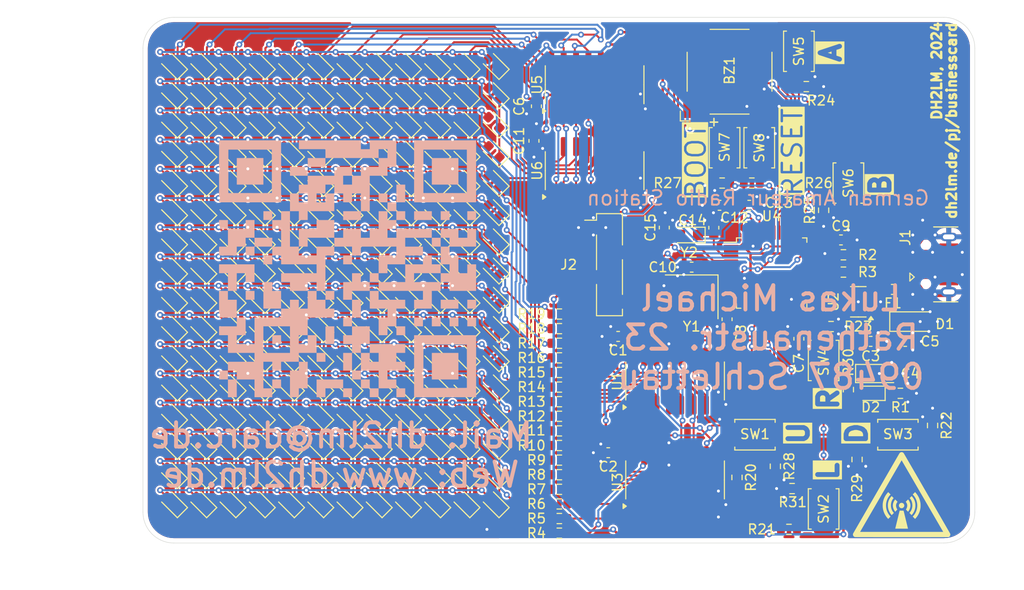
<source format=kicad_pcb>
(kicad_pcb
	(version 20240108)
	(generator "pcbnew")
	(generator_version "8.0")
	(general
		(thickness 1.6)
		(legacy_teardrops no)
	)
	(paper "A4")
	(layers
		(0 "F.Cu" signal)
		(31 "B.Cu" signal)
		(32 "B.Adhes" user "B.Adhesive")
		(33 "F.Adhes" user "F.Adhesive")
		(34 "B.Paste" user)
		(35 "F.Paste" user)
		(36 "B.SilkS" user "B.Silkscreen")
		(37 "F.SilkS" user "F.Silkscreen")
		(38 "B.Mask" user)
		(39 "F.Mask" user)
		(40 "Dwgs.User" user "User.Drawings")
		(41 "Cmts.User" user "User.Comments")
		(42 "Eco1.User" user "User.Eco1")
		(43 "Eco2.User" user "User.Eco2")
		(44 "Edge.Cuts" user)
		(45 "Margin" user)
		(46 "B.CrtYd" user "B.Courtyard")
		(47 "F.CrtYd" user "F.Courtyard")
		(48 "B.Fab" user)
		(49 "F.Fab" user)
		(50 "User.1" user "VCC")
		(51 "User.2" user)
		(52 "User.3" user)
		(53 "User.4" user)
		(54 "User.5" user)
		(55 "User.6" user)
		(56 "User.7" user)
		(57 "User.8" user)
		(58 "User.9" user)
	)
	(setup
		(stackup
			(layer "F.SilkS"
				(type "Top Silk Screen")
			)
			(layer "F.Paste"
				(type "Top Solder Paste")
			)
			(layer "F.Mask"
				(type "Top Solder Mask")
				(thickness 0.01)
			)
			(layer "F.Cu"
				(type "copper")
				(thickness 0.035)
			)
			(layer "dielectric 1"
				(type "core")
				(thickness 1.51)
				(material "FR4")
				(epsilon_r 4.5)
				(loss_tangent 0.02)
			)
			(layer "B.Cu"
				(type "copper")
				(thickness 0.035)
			)
			(layer "B.Mask"
				(type "Bottom Solder Mask")
				(thickness 0.01)
			)
			(layer "B.Paste"
				(type "Bottom Solder Paste")
			)
			(layer "B.SilkS"
				(type "Bottom Silk Screen")
			)
			(copper_finish "None")
			(dielectric_constraints no)
		)
		(pad_to_mask_clearance 0)
		(allow_soldermask_bridges_in_footprints no)
		(pcbplotparams
			(layerselection 0x00010fc_ffffffff)
			(plot_on_all_layers_selection 0x0000000_00000000)
			(disableapertmacros no)
			(usegerberextensions no)
			(usegerberattributes yes)
			(usegerberadvancedattributes yes)
			(creategerberjobfile yes)
			(dashed_line_dash_ratio 12.000000)
			(dashed_line_gap_ratio 3.000000)
			(svgprecision 4)
			(plotframeref no)
			(viasonmask no)
			(mode 1)
			(useauxorigin no)
			(hpglpennumber 1)
			(hpglpenspeed 20)
			(hpglpendiameter 15.000000)
			(pdf_front_fp_property_popups yes)
			(pdf_back_fp_property_popups yes)
			(dxfpolygonmode yes)
			(dxfimperialunits yes)
			(dxfusepcbnewfont yes)
			(psnegative no)
			(psa4output no)
			(plotreference yes)
			(plotvalue yes)
			(plotfptext yes)
			(plotinvisibletext no)
			(sketchpadsonfab no)
			(subtractmaskfromsilk no)
			(outputformat 1)
			(mirror no)
			(drillshape 1)
			(scaleselection 1)
			(outputdirectory "")
		)
	)
	(net 0 "")
	(net 1 "GND")
	(net 2 "+5V")
	(net 3 "Net-(J1-VBUS)")
	(net 4 "unconnected-(J1-ID-Pad4)")
	(net 5 "Net-(BZ1-+)")
	(net 6 "Net-(D100-A)")
	(net 7 "Net-(D101-A)")
	(net 8 "Net-(D102-A)")
	(net 9 "Net-(D103-A)")
	(net 10 "Net-(D104-A)")
	(net 11 "Net-(D105-A)")
	(net 12 "Net-(D10-A)")
	(net 13 "Net-(D107-A)")
	(net 14 "Net-(D108-A)")
	(net 15 "Net-(D109-A)")
	(net 16 "Net-(D110-A)")
	(net 17 "Net-(D111-A)")
	(net 18 "Net-(D112-A)")
	(net 19 "Net-(D100-K)")
	(net 20 "/{slash}OE_BLANK")
	(net 21 "/BZ0")
	(net 22 "/BZ2")
	(net 23 "/RCLK")
	(net 24 "/SERCLK")
	(net 25 "/BZ1")
	(net 26 "/SER")
	(net 27 "/BZ3")
	(net 28 "+3.3V")
	(net 29 "Net-(U4-OSC_IN_PD0)")
	(net 30 "unconnected-(U4-OSC_OUT_PD1-Pad6)")
	(net 31 "Net-(U4-PC14_OSC32IN)")
	(net 32 "Net-(D2-K)")
	(net 33 "Net-(U4-PC15_OSC32OUT)")
	(net 34 "Net-(D10-K)")
	(net 35 "Net-(D113-A)")
	(net 36 "Net-(D114-A)")
	(net 37 "Net-(D115-A)")
	(net 38 "Net-(D19-K)")
	(net 39 "Net-(D35-K)")
	(net 40 "Net-(D51-K)")
	(net 41 "Net-(D67-K)")
	(net 42 "Net-(D83-K)")
	(net 43 "Net-(D115-K)")
	(net 44 "Net-(D131-K)")
	(net 45 "Net-(D147-K)")
	(net 46 "Net-(D163-K)")
	(net 47 "Net-(D179-K)")
	(net 48 "/SW")
	(net 49 "/D+")
	(net 50 "/D-")
	(net 51 "Net-(U3-QA)")
	(net 52 "Net-(U3-QB)")
	(net 53 "Net-(U3-QC)")
	(net 54 "Net-(U3-QD)")
	(net 55 "Net-(U3-QE)")
	(net 56 "Net-(U3-QF)")
	(net 57 "Net-(U1-QA)")
	(net 58 "Net-(U1-QB)")
	(net 59 "Net-(U1-QC)")
	(net 60 "Net-(U1-QD)")
	(net 61 "Net-(U1-QE)")
	(net 62 "Net-(U1-QF)")
	(net 63 "Net-(U1-QG)")
	(net 64 "Net-(U1-QH)")
	(net 65 "Net-(U3-QG)")
	(net 66 "Net-(U3-QH)")
	(net 67 "Net-(U1-SER)")
	(net 68 "unconnected-(U1-QH'-Pad9)")
	(net 69 "Net-(R20-Pad1)")
	(net 70 "Net-(R21-Pad1)")
	(net 71 "Net-(R22-Pad2)")
	(net 72 "Net-(R23-Pad2)")
	(net 73 "/BT_A")
	(net 74 "/BT_B")
	(net 75 "/RST")
	(net 76 "/BT0")
	(net 77 "/SCK")
	(net 78 "/DP_UD")
	(net 79 "/DP_LR")
	(net 80 "unconnected-(U2-NC-Pad4)")
	(net 81 "unconnected-(U4-PA10-Pad31)")
	(net 82 "unconnected-(U4-PA2_ADC2-Pad12)")
	(net 83 "unconnected-(U4-PA9-Pad30)")
	(net 84 "unconnected-(U4-PB15-Pad28)")
	(net 85 "unconnected-(U4-PB11-Pad22)")
	(net 86 "unconnected-(U4-PB14-Pad27)")
	(net 87 "unconnected-(U4-PB12-Pad25)")
	(net 88 "unconnected-(U4-PB13-Pad26)")
	(net 89 "unconnected-(U4-PC13_TAMPER_RTC-Pad2)")
	(net 90 "unconnected-(U4-PA4_ADC4-Pad14)")
	(net 91 "unconnected-(U4-PB2_BOOT1-Pad20)")
	(net 92 "unconnected-(U4-PB10-Pad21)")
	(net 93 "unconnected-(U4-PA3_ADC3-Pad13)")
	(net 94 "unconnected-(U4-PA8-Pad29)")
	(net 95 "unconnected-(U4-PA1_ADC1-Pad11)")
	(net 96 "unconnected-(U4-PA0_WKUP_ADC0-Pad10)")
	(net 97 "unconnected-(U6-~{Y4}-Pad11)")
	(net 98 "unconnected-(U6-~{Y7}-Pad7)")
	(net 99 "unconnected-(U6-~{Y5}-Pad10)")
	(net 100 "unconnected-(U6-~{Y6}-Pad9)")
	(net 101 "/UD+")
	(net 102 "/UD-")
	(footprint "LED_SMD:LED_0603_1608Metric" (layer "F.Cu") (at 147.6692 97.4532 135))
	(footprint "Resistor_SMD:R_0603_1608Metric" (layer "F.Cu") (at 183.134 73.66 180))
	(footprint "Resistor_SMD:R_0603_1608Metric" (layer "F.Cu") (at 198.374 95.25 180))
	(footprint "LED_SMD:LED_0603_1608Metric" (layer "F.Cu") (at 129.6692 106.4532 135))
	(footprint "LED_SMD:LED_0603_1608Metric" (layer "F.Cu") (at 129.6692 103.4532 135))
	(footprint "LED_SMD:LED_0603_1608Metric" (layer "F.Cu") (at 153.6692 97.4532 135))
	(footprint "LED_SMD:LED_0603_1608Metric" (layer "F.Cu") (at 150.6692 91.4532 135))
	(footprint "Resistor_SMD:R_0603_1608Metric" (layer "F.Cu") (at 181.61 103.886 -90))
	(footprint "Resistor_SMD:R_0603_1608Metric" (layer "F.Cu") (at 163.385 87.108 180))
	(footprint "LED_SMD:LED_0603_1608Metric" (layer "F.Cu") (at 132.6692 79.4532 135))
	(footprint "LED_SMD:LED_0603_1608Metric" (layer "F.Cu") (at 156.6692 103.4532 135))
	(footprint "Package_SO:SOIC-16_3.9x9.9mm_P1.27mm" (layer "F.Cu") (at 167.005 63.565 90))
	(footprint "LED_SMD:LED_0603_1608Metric" (layer "F.Cu") (at 153.6692 82.4532 135))
	(footprint "LED_SMD:LED_0603_1608Metric" (layer "F.Cu") (at 138.6692 85.4532 135))
	(footprint "LED_SMD:LED_0603_1608Metric" (layer "F.Cu") (at 135.6692 94.4532 135))
	(footprint "LED_SMD:LED_0603_1608Metric" (layer "F.Cu") (at 132.6692 100.4532 135))
	(footprint "Button_Switch_SMD:SW_Push_SPST_NO_Alps_SKRK" (layer "F.Cu") (at 183.896 70.036 -90))
	(footprint "LED_SMD:LED_0603_1608Metric" (layer "F.Cu") (at 144.6692 73.4532 135))
	(footprint "LED_SMD:LED_0603_1608Metric" (layer "F.Cu") (at 123.6692 79.4532 135))
	(footprint "LED_SMD:LED_0603_1608Metric" (layer "F.Cu") (at 135.6692 67.4532 135))
	(footprint "LED_SMD:LED_0603_1608Metric" (layer "F.Cu") (at 132.6692 91.4532 135))
	(footprint "Resistor_SMD:R_0603_1608Metric" (layer "F.Cu") (at 163.385 102.108 180))
	(footprint "LED_SMD:LED_0603_1608Metric" (layer "F.Cu") (at 144.6692 91.4532 135))
	(footprint "Capacitor_SMD:C_0603_1608Metric" (layer "F.Cu") (at 198.869 89.916))
	(footprint "LED_SMD:LED_0603_1608Metric" (layer "F.Cu") (at 123.6692 91.4532 135))
	(footprint "LED_SMD:LED_0603_1608Metric" (layer "F.Cu") (at 141.6692 103.4532 135))
	(footprint "LED_SMD:LED_0603_1608Metric" (layer "F.Cu") (at 126.6692 106.4532 135))
	(footprint "Capacitor_SMD:C_0603_1608Metric" (layer "F.Cu") (at 179.233 78.245 90))
	(footprint "LED_SMD:LED_0603_1608Metric" (layer "F.Cu") (at 144.6692 67.4532 135))
	(footprint "LED_SMD:LED_0603_1608Metric" (layer "F.Cu") (at 141.6692 64.4532 135))
	(footprint "LED_SMD:LED_0603_1608Metric" (layer "F.Cu") (at 123.6692 106.4532 135))
	(footprint "LED_SMD:LED_0603_1608Metric" (layer "F.Cu") (at 141.6692 70.4532 135))
	(footprint "LED_SMD:LED_0603_1608Metric" (layer "F.Cu") (at 150.6692 76.4532 135))
	(footprint "LED_SMD:LED_0603_1608Metric" (layer "F.Cu") (at 153.6692 85.4532 135))
	(footprint "Resistor_SMD:R_0603_1608Metric" (layer "F.Cu") (at 163.385 97.608 180))
	(footprint "Resistor_SMD:R_0603_1608Metric" (layer "F.Cu") (at 192.532 82.804 180))
	(footprint "LED_SMD:LED_0603_1608Metric" (layer "F.Cu") (at 126.6692 64.4532 135))
	(footprint "CH32V203:CH32V203C8T6_LQFP-48_7x7mm_P0.5mm"
		(layer "F.Cu")
		(uuid "27fb2c47-029f-4e9c-859c-2621908c2aa4")
		(at 185.17 82.9025)
		(descr "LQFP, 48 Pin (https://www.analog.com/media/en/technical-documentation/data-sheets/ltc2358-16.pdf), generated with kicad-footprint-generator ipc_gullwing_generator.py")
		(tags "LQFP QFP")
		(property "Reference" "U4"
			(at 0 -5.85 0)
			(layer "F.SilkS")
			(uuid "f7ace14d-beea-4afa-87c9-01dd1f1a2e19")
			(effects
				(font
					(size 1 1)
					(thickness 0.15)
				)
			)
		)
		(property "Value" "CH32V203C8T6"
			(at 0 5.85 0)
			(layer "F.Fab")
			(uuid "8939b7a4-cee0-4e15-b8b8-58aba491b5d7")
			(effects
				(font
					(size 1 1)
					(thickness 0.15)
				)
			)
		)
		(property "Footprint" "CH32V203:CH32V203C8T6_LQFP-48_7x7mm_P0.5mm"
			(at 0 0 0)
			(layer "F.Fab")
			(hide yes)
			(uuid "0851fbd0-1995-41a0-a909-bd21895b69f1")
			(effects
				(font
					(size 1.27 1.27)
					(thickness 0.15)
				)
			)
		)
		(property "Datasheet" ""
			(at 0 0 0)
			(layer "F.Fab")
			(hide yes)
			(uuid "a929a70b-3a64-43db-9b13-fc3655e589ba")
			(effects
				(font
					(size 1.27 1.27)
					(thickness 0.15)
				)
			)
		)
		(property "Description" ""
			(at 0 0 0)
			(layer "F.Fab")
			(hide yes)
			(uuid "b52fcc66-2f22-44a1-bcbe-41c16181723e")
			(effects
				(font
					(size 1.27 1.27)
					(thickness 0.15)
				)
			)
		)
		(path "/0175af80-b800-4a14-beb4-e6d64caed50b")
		(sheetname "Stammblatt")
		(sheetfile "playground ch32v original.kicad_sch")
		(attr smd)
		(fp_line
			(start -3.61 -3.61)
			(end -3.61 -3.16)
			(stroke
				(width 0.12)
				(type solid)
			)
			(layer "F.SilkS")
			(uuid "15ba1d60-469a-4a81-b46f-13dc60ac6055")
		)
		(fp_line
			(start -3.61 -3.16)
			(end -4.9 -3.16)
			(stroke
				(width 0.12)
				(type solid)
			)
			(layer "F.SilkS")
			(uuid "aaeb0790-82fa-4c5e-98e8-759879a35509")
		)
		(fp_line
			(start -3.61 3.61)
			(end -3.61 3.16)
			(stroke
				(width 0.12)
				(type solid)
			)
			(layer "F.SilkS")
			(uuid "a95ee755-ea62-43d7-97e5-2f5fba555be9")
		)
		(fp_line
			(start -3.16 -3.61)
			(end -3.61 -3.61)
			(stroke
				(width 0.12)
				(type solid)
			)
			(layer "F.SilkS")
			(uuid "caf9c870-bf0c-4ca3-9630-cc15eb7db873")
		)
		(fp_line
			(start -3.16 3.61)
			(end -3.61 3.61)
			(stroke
				(width 0.12)
				(type solid)
			)
			(layer "F.SilkS")
			(uuid "1e415b36-a979-4202-b6ce-e675cdba09d1")
		)
		(fp_line
			(start 3.16 -3.61)
			(end 3.61 -3.61)
			(stroke
				(width 0.12)
				(type solid)
			)
			(layer "F.SilkS")
			(uuid "0cb520df-57c0-46f3-be70-8e1fbd71a2c7")
		)
		(fp_line
			(start 3.16 3.61)
			(end 3.61 3.61)
			(stroke
				(width 0.12)
				(type solid)
			)
			(layer "F.SilkS")
			(uuid "d3a553c8-2c2d-4e5f-b2ab-983c0d1a56d7")
		)
		(fp_line
			(start 3.61 -3.61)
			(end 3.61 -3.16)
			(stroke
				(width 0.12)
				(type solid)
			)
			(layer "F.SilkS")
			(uuid "38e668b0-c5a9-4543-9de9-52cbf61fc145")
		)
		(fp_line
			(start 3.61 3.61)
			(end 3.61 3.16)
			(stroke
				(width 0.12)
				(type solid)
			)
			(layer "F.SilkS")
			(uuid "ccca0c1d-4d0a-44c8-8d3e-936c23bb4fa0")
		)
		(fp_line
			(start -5.15 -3.15)
			(end -5.15 0)
			(stroke
				(width 0.05)
				(type solid)
			)
			(layer "F.CrtYd")
			(uuid "23ad571c-dda3-426b-819f-4d5141c07e37")
		)
		(fp_line
			(start -5.15 3.15)
			(end -5.15 0)
			(stroke
				(width 0.05)
				(type solid)
			)
			(layer "F.CrtYd")
			(uuid "09063f81-5cb9-4004-a851-a83c8690178d")
		)
		(fp_line
			(start -3.75 -3.75)
			(end -3.75 -3.15)
			(stroke
				(width 0.05)
				(type solid)
			)
			(layer "F.CrtYd")
			(uuid "f4571651-3f4f-4107-94c6-a20ae6b9bbf5")
		)
		(fp_line
			(start -3.75 -3.15)
			(end -5.15 -3.15)
			(stroke
				(width 0.05)
				(type solid)
			)
			(layer "F.CrtYd")
			(uuid "7a368dfe-5ded-43b7-ab7b-b87c8cdf1ccb")
		)
		(fp_line
			(start -3.75 3.15)
			(end -5.15 3.15)
			(stroke
				(width 0.05)
				(type solid)
			)
			(layer "F.CrtYd")
			(uuid "f98b9579-ba39-43d5-82c0-bdd522425abb")
		)
		(fp_line
			(start -3.75 3.75)
			(end -3.75 3.15)
			(stroke
				(width 0.05)
				(type solid)
			)
			(layer "F.CrtYd")
			(uuid "c38657b3-268a-4edf-a2f7-fd0c70d888e7")
		)
		(fp_line
			(start -3.15 -5.15)
			(end -3.15 -3.75)
			(stroke
				(width 0.05)
				(type solid)
			)
			(layer "F.CrtYd")
			(uuid "90f96e32-e4c1-4227-80b3-51cb22c89216")
		)
		(fp_line
			(start -3.15 -3.75)
			(end -3.75 -3.75)
			(stroke
				(width 0.05)
				(type solid)
			)
			(layer "F.CrtYd")
			(uuid "c534ae49-2c67-483b-b5e8-9bca7a737afc")
		)
		(fp_line
			(start -3.15 3.75)
			(end -3.75 3.75)
			(stroke
				(width 0.05)
				(type solid)
			)
			(layer "F.CrtYd")
			(uuid "7a9069d3-5c62-4bb8-8f26-b0e822820b3c")
		)
		(fp_line
			(start -3.15 5.15)
			(end -3.15 3.75)
			(stroke
				(width 0.05)
				(type solid)
			)
			(layer "F.CrtYd")
			(uuid "4877741b-1a0d-41ef-9ad4-8ef775153ff4")
		)
		(fp_line
			(start 0 -5.15)
			(end -3.15 -5.15)
			(stroke
				(width 0.05)
				(type solid)
			)
			(layer "F.CrtYd")
			(uuid "4c0a9d27-bf2c-4d99-a13e-797754ab4b7e")
		)
		(fp_line
			(start 0 -5.15)
			(end 3.15 -5.15)
			(stroke
				(width 0.05)
				(type solid)
			)
			(layer "F.CrtYd")
			(uuid "c00d0271-0474-46a6-815a-48ee73ffcef6")
		)
		(fp_line
			(start 0 5.15)
			(end -3.15 5.15)
			(stroke
				(width 0.05)
				(type solid)
			)
			(layer "F.CrtYd")
			(uuid "42bc21db-90cc-4be4-ba6c-175236433ad8")
		)
		(fp_line
			(start 0 5.15)
			(end 3.15 5.15)
			(stroke
				(width 0.05)
				(type solid)
			)
			(layer "F.CrtYd")
			(uuid "c2eed1c2-131f-4ab5-813c-dc3bb52bc585")
		)
		(fp_line
			(start 3.15 -5.15)
			(end 3.15 -3.75)
			(stroke
				(width 0.05)
				(type solid)
			)
			(layer "F.CrtYd")
			(uuid "39b1c54c-9347-429b-b2ed-2a0895924190")
		)
		(fp_line
			(start 3.15 -3.75)
			(end 3.75 -3.75)
			(stroke
				(width 0.05)
				(type solid)
			)
			(layer "F.CrtYd")
			(uuid "9942f5ad-8de8-4dd7-9228-e1685a963d8d")
		)
		(fp_line
			(start 3.15 3.75)
			(end 3.75 3.75)
			(stroke
				(width 0.05)
				(type solid)
			)
			(layer "F.CrtYd")
			(uuid "5e71c7cb-6887-42ac-975f-bdf066abd3f4")
		)
		(fp_line
			(start 3.15 5.15)
			(end 3.15 3.75)
			(stroke
				(width 0.05)
				(type solid)
			)
			(layer "F.CrtYd")
			(uuid "49648ecb-53c9-4aa1-b4d0-86878182fad9")
		)
		(fp_line
			(start 3.75 -3.75)
			(end 3.75 -3.15)
			(stroke
				(width 0.05)
				(type solid)
			)
			(layer "F.CrtYd")
			(uuid "00f839aa-8c4b-401a-8879-cbe37ef46922")
		)
		(fp_line
			(start 3.75 -3.15)
			(end 5.15 -3.15)
			(stroke
				(width 0.05)
				(type solid)
			)
			(layer "F.CrtYd")
			(uuid "04951662-aef0-4118-aef4-786a60d9e9b8")
		)
		(fp_line
			(start 3.75 3.15)
			(end 5.15 3.15)
			(stroke
				(width 0.05)
				(type solid)
			)
			(layer "F.CrtYd")
			(uuid "02f3c95a-9e92-48ff-b599-0ba6de0c77cb")
		)
		(fp_line
			(start 3.75 3.75)
			(end 3.75 3.15)
			(stroke
				(width 0.05)
				(type solid)
			)
			(layer "F.CrtYd")
			(uuid "774666bf-12e3-4fa9-a40f-b46b46a11711")
		)
		(fp_line
			(start 5.15 -3.15)
			(end 5.15 0)
			(stroke
				(width 0.05)
				(type solid)
			)
			(layer "F.CrtYd")
			(uuid "3d5a35d9-6378-4d2c-b925-0d4246e7de22")
		)
		(fp_line
			(start 5.15 3.15)
			(end 5.15 0)
			(stroke
				(width 0.05)
				(type solid)
			)
			(layer "F.CrtYd")
			(uuid "7b9ff02b-fbe3-46b1-96ab-0f1f5b8fe316")
		)
		(fp_line
			(start -3.5 -2.5)
			(end -2.5 -3.5)
			(stroke
				(width 0.1)
				(type solid)
			)
			(layer "F.Fab")
			(uuid "917f4b3a-7bca-4bee-9858-e8082de8c0ac")
		)
		(fp_line
			(start -3.5 3.5)
			(end -3.5 -2.5)
			(stroke
				(width 0.1)
				(type solid)
			)
			(layer "F.Fab")
			(uuid "ef6bf981-b5d9-495d-b2d3-b7c0415deb7b")
		)
		(fp_line
			(start -2.5 -3.5)
			(end 3.5 -3.5)
			(stroke
				(width 0.1)
				(type solid)
			)
			(layer "F.Fab")
			(uuid "f9458e17-d321-4201-a019-49a104571af3")
		)
		(fp_line
			(start 3.5 -3.5)
			(end 3.5 3.5)
			(stroke
				(width 0.1)
				(type solid)
			)
			(layer "F.Fab")
			(uuid "d7f25134-8913-4165-9042-350130218f20")
		)
		(fp_line
			(start 3.5 3.5)
			(end -3.5 3.5)
			(stroke
				(width 0.1)
				(type solid)
			)
			(layer "F.Fab")
			(uuid "fe8326ae-ae86-4c5c-9cff-bf4292805532")
		)
		(fp_text user "${REFERENCE}"
			(at 0 0 0)
			(layer "F.Fab")
			(uuid "d2c23f8c-7a46-4fa0-90e4-cc77629a7790")
			(effects
				(font
					(size 1 1)
					(thickness 0.15)
				)
			)
		)
		(pad "1" smd roundrect
			(at -4.1625 -2.75)
			(size 1.475 0.3)
			(layers "F.Cu" "F.Paste" "F.Mask")
			(roundrect_rratio 0.25)
			(net 28 "+3.3V")
			(pinfunction "VBAT")
			(pintype "power_in")
			(uuid "bf795360-bf89-47d3-b997-3e31c24306fd")
		)
		(pad "2" smd roundrect
			(at -4.1625 -2.25)
			(size 1.475 0.3)
			(layers "F.Cu" "F.Paste" "F.Mask")
			(roundrect_rratio 0.25)
			(net 89 "unconnected-(U4-PC13_TAMPER_RTC-Pad2)")
			(pinfunction "PC13_TAMPER_RTC")
			(pintype "bidirectional+no_connect")
			(uuid "799238e9-3086-4590-bf3d-a7836da88119")
		)
		(pad "3" smd roundrect
			(at -4.1625 -1.75)
			(size 1.475 0.3)
			(layers "F.Cu" "F.Paste" "F.Mask")
			(roundrect_rratio 0.25)
			(net 31 "Net-(U4-PC14_OSC32IN)")
			(pinfunction "PC14_OSC32IN")
			(pintype "bidirectional")
			(uuid "b65e7107-60cb-4ced-ba84-c6628b3d7fbb")
		)
		(pad "4" smd roundrect
			(at -4.1625 -1.25)
			(size 1.475 0.3)
			(layers "F.Cu" "F.Paste" "F.Mask")
			(roundrect_rratio 0.25)
			(net 33 "Net-(U4-PC15_OSC32OUT)")
			(pinfunction "PC15_OSC32OUT")
			(pintype "bidirectional")
			(uuid "0fef32b4-b436-41d1-9cb8-72ca39fe6bf4")
		)
		(pad "5" smd roundrect
			(at -4.1625 -0.75)
			(size 1.475 0.3)
			(layers "F.Cu" "F.Paste" "F.Mask")
			(roundrect_rratio 0.25)
			(net 29 "Net-(U4-OSC_IN_PD0)")
			(pinfunction "OSC_IN_PD0")
			(pintype "bidirectional")
			(uuid "9714e980-f575-4d3d-8bcf-ea55cb095349")
		)
		(pad "6" smd roundrect
			(at -4.1625 -0.25)
			(size 1.475 0.3)
			(layers "F.Cu" "F.Paste" "F.Mask")
			(roundrect_rratio 0.25)
			(net 30 "unconnected-(U4-OSC_OUT_PD1-Pad6)")
			(pinfunction "OSC_OUT_PD1")
			(pintype "bidirectional+no_connect")
			(uuid "639f7300-879f-4133-8851-f1475a249cc7")
		)
		(pad "7" smd roundrect
			(at -4.1625 0.25)
			(size 1.475 0.3)
			(layers "F.Cu" "F.Paste" "F.Mask")
			(roundrect_rratio 0.25)
			(net 75 "/RST")
			(pinfunction "NRST")
			(pintype "bidirectional")
			(uuid "fa56e6c5-b2bc-4ee7-9320-0d0672c5cc9c")
		)
		(pad "8" smd roundrect
			(at -4.1625 0.75)
			(size 1.475 0.3)
			(layers "F.Cu" "F.Paste" "F.Mask")
			(roundrect_rratio 0.25)
			(net 1 "GND")
			(pinfunction "VSSA")
			(pintype "power_in")
			(uuid "ccc24676-9b52-4d1f-b8f2-b415787aeb42")
		)
		(pad "9" smd roundrect
			(at -4.1625 1.25)
			(size 1.475 0.3)
			(layers "F.Cu" "F.Paste" "F.Mask")
			(roundrect_rratio 0.25)
			(net 28 "+3.3V")
			(pinfunction "VDDA")
			(pintype "power_in")
			(uuid "0a0c8041-a7c1-4a68-84d5-3e2622d22182")
		)
		(pad "10" smd roundrect
			(at -4.1625 1.75)
			(size 1.475 0.3)
			(layers "F.Cu" "F.Paste" "F.Mask")
			(roundrect_rratio 0.25)
			(net 96 "unconnected-(U4-PA0_WKUP_ADC0-Pad10)")
			(pinfunction "PA0_WKUP_ADC0")
			(pintype "bidirectional+no_connect")
			(uuid "f7f21ed8-044e-41c8-b351-b65dadb3fef5")
		)
		(pad "11" smd roundrect
			(at -4.1625 2.25)
			(size 1.475 0.3)
			(layers "F.Cu" "F.Paste" "F.Mask")
			(roundrect_rratio 0.25)
			(net 95 "unconnected-(U4-PA1_ADC1-Pad11)")
			(pinfunction "PA1_ADC1")
			(pintype "bidirectional+no_connect")
			(uuid "e2164d33-9281-4b20-989d-117b65d5ae41")
		)
		(pad "12" smd roundrect
			(at -4.1625 2.75)
			(size 1.475 0.3)
			(layers "F.Cu" "F.Paste" "F.Mask")
			(roundrect_rratio 0.25)
			(net 82 "unconnected-(U4-PA2_ADC2-Pad12)")
			(pinfunction "PA2_ADC2")
			(pintype "bidirectional+no_connect")
			(uuid "1a16561d-1d15-45c0-9617-0f6e24e83878")
		)
		(pad "13" smd roundrect
			(at -2.75 4.1625)
			(size 0.3 1.475)
			(layers "F.Cu" "F.Paste" "F.Mask")
			(roundrect_rratio 0.25)
			(net 93 "unconnected-(U4-PA3_ADC3-Pad13)")
			(pinfunction "PA3_ADC3")
			(pintype "bidirectional+no_connect")
			(uuid "955ff704-b20d-45ed-896c-07fb277f711d")
		)
		(pad "14" smd roundrect
			(at -2.25 4.1625)
			(size 0.3 1.475)
			(layers "F.Cu" "F.Paste" "F.Mask")
			(roundrect_rratio 0.25)
			(net 90 "unconnected-(U4-PA4_ADC4-Pad14)")
			(pinfunction "PA4_ADC4")
			(pintype "bidirectional+no_connect")
			(uuid "81d9a723-e014-4cc9-afda-ab9bed9be7ea")
		)
		(pad "15" smd roundrect
			(at -1.75 4.1625)
			(size 0.3 1.475)
			(layers "F.Cu" "F.Paste" "F.Mask")
			(roundrect_rratio 0.25)
			(net 26 "/SER")
			(pinfunction "PA5_ADC5")
			(pintype "bidirectional")
			(uuid "85d24323-fc27-4606-b149-64ea7dbfbe2e")
		)
		(pad "16" smd roundrect
			(at -1.25 4.1625)
			(size 0.3 1.475)
			(layers "F.Cu" "F.Paste" "F.Mask")
			(roundrect_rratio 0.25)
			(net 23 "/RCLK")
			(pinfunction "PA6_ADC6")
			(pintype "bidirectional")
			(uuid "6024b79b-23af-45dd-aa8a-27509484e3c6")
		)
		(pad "17" smd roundrect
			(at -0.75 4.1625)
			(size 0.3 1.475)
			(layers "F.Cu" "F.Paste" "F.Mask")
			(roundrect_rratio 0.25)
			(net 24 "/SERCLK")
			(pinfunction "PA7_ADC7")
			(pintype "bidirectional")
			(uuid "59bc843e-e02e-4d4f-a11f-82ff7fc3a405")
		)
		(pad "18" smd roundrect
			(at -0.25 4.1625)
			(size 0.3 1.475)
			(layers "F.Cu" "F.Paste" "F.Mask")
			(roundrect_rratio 0.25)
			(net 79 "/DP_LR")
			(pinfunction "PB0_ADC8")
			(pintype "bidirectional")
			(uuid "ed6e42ef-da7e-4071-8aa6-010a1c8026fe")
		)
		(pad "19" smd roundrect
			(at 0.25 4.1625)
			(size 0.3 1.475)
			(layers "F.Cu" "F.Paste" "F.Mask")
			(roundrect_rratio 0.25)
			(net 78 "/DP_UD")
			(pinfunction "PB1_ADC9")
			(pintype "bidirectional")
			(uuid "a804848c-6d2a-4abf-ac1f-a44c67bd8ab4")
		)
		(pad "20" smd roundrect
			(at 0.75 4.1625)
			(size 0.3 1.475)
			(layers "F.Cu" "F.Paste" "F.Mask")
			(roundrect_rratio 0.25)
			(net 91 "unconnected-(U4-PB2_BOOT1-Pad20)")
			(pinfunction "PB2_BOOT1")
			(pintype "bidirectional+no_connect")
			(uuid "874c9da7-8590-4986-9328-3d87cf27f96b")
		)
		(pad "21" smd roundrect
			(at 1.25 4.1625)
			(size 0.3 1.475)
			(layers "F.Cu" "F.Paste" "F.Mask")
			(roundrect_rratio 0.25)
			(net 92 "unconnected-(U4-PB10-Pad21)")
			(pinfunction "PB10")
			(pintype "bidirectional+no_connect")
			(uuid "91098f94-9e54-44d4-b3f9-f451d7c00088")
		)
		(pad "22" smd roundrect
			(at 1.75 4.1625)
			(size 0.3 1.475)
			(layers "F.Cu" "F.Paste" "F.Mask")
			(roundrect_rratio 0.25)
			(net 85 "unconnected-(U4-PB11-Pad22)")
			(pinfunction "PB11")
			(pintype "bidirectional+no_connect")
			(uuid "412b63b7-e190-498a-99ea-6d0faf3aaa81")
		)
		(pad "23" smd roundrect
			(at 2.25 4.1625)
			(size 0.3 1.475)
			(layers "F.Cu" "F.Paste" "F.Mask")
			(roundrect_rratio 0.25)
			(net 1 "GND")
			(pinfunction "VSS1")
			(pintype "power_in")
			(uuid "9650eb96-db44-45ae-bcb3-74b55cb77d5e")
		)
		(pad "24" smd roundrect
			(at 2.75 4.1625)
			(size 0.3 1.475)
			(layers "F.Cu" "F.Paste" "F.Mask")
			(roundrect_rratio 0.25)
			(net 28 "+3.3V")
			(pinfunction "VDD_VIO1")
			(pintype "power_in")
			(uuid "fc352970-38cf-4f44-8e16-9f44e1dc9971")
		)
		(pad "25" smd roundrect
			(at 4.1625 2.75)
			(size 1.475 0.3)
			(layers "F.Cu" "F.Paste" "F.Mask")
			(roundrect_rratio 0.25)
			(net 87 "unconnected-(U4-PB12-Pad25)")
			(pinfunction "PB12")
			(pintype "bidirectional+no_connect")
			(uuid "5543c291-5857-430e-b72b-70fe9896ea16")
		)
		(pad "26" smd roundrect
			(at 4.1625 2.25)
			(size 1.475 0.3)
			(layers "F.Cu" "F.Paste" "F.Mask")
			(roundrect_rratio 0.25)
			(net 88 "unconnected-(U4-PB13-Pad26)")
			(pinfunction "PB13")
			(pintype "bidirectional+no_connect")
			(uuid "7138eb25-a1e6-4686-a135-4ae34e507165")
		)
		(pad "27" smd roundrect
			(at 4.1625 1.75)
			(size 1.475 0.3)
			(layers "F.Cu" "F.Paste" "F.Mask")
			(roundrect_rratio 0.25)
			(net 86 "unconnected-(U4-PB14-Pad27)")
			(pinfunction "PB14")
			(pintype "bidirectional+no_connect")
			(uuid "4bd8631d-ba42-42aa-a033-7caad6e9f6e6")
		)
		(pad "28" smd roundrect
			(at 4.1625 1.25)
			(size 1.475 0.3)
			(layers "F.Cu" "F.Paste" "F.Mask")
			(roundrect_rratio 0.25)
			(net 84 "unconnected-(U4-PB15-Pad28)")
			(pinfunction "PB15")
			(pintype "bidirectional+no_connect")
			(uuid "33424eda-c548-448e-9ce7-07eb3df8f8e3")
		)
		(pad "29" smd roundrect
			(at 4.1625 0.75)
			(size 1.475 0.3)
			(layers "F.Cu" "F.Paste" "F.Mask")
			(roundrect_rratio 0.25)
			(net 94 "unconnected-(U4-PA8-Pad29)")
			(pinfunction "PA8")
			(pintype "bidirectional+no_connect")
			(uuid "af1f1024-d0c2-4b3e-ae6f-edb2c25c8bdf")
		)
		(pad "30" smd roundrect
			(at 4.1625 0.25)
			(size 1.475 0.3)
			(layers "F.Cu" "F.Paste" "F.Mask")
			(roundrect_rratio 0.25)
			(net 83 "unconnected-(U4-PA9-Pad30)")
			(pinfunction "PA9")
			(pintype "bidirectional+no_connect")
			(uuid "1d84f995-b7df-487d-bbb8-73bdab5c8836")
		)
		(pad "31" smd roundrect
			(at 4.1625 -0.25)
			(size 1.475 0.3)
			(layers "F.Cu" "F.Paste" "F.Mask")
			(roundrect_rratio 0.25)
			(net 81 "unconnected-(U4-PA10-Pad31)")
			(pinfunction "PA10")
			(pintype "bidirectional+no_connect")
			(uuid "1411a469-1310-463b-9358-c8c68a988a45")
		)
		(pad "32" smd roundrect
			(at 4.1625 -0.75)
			(size 1.475 0.3)
			(layers "F.Cu" "F.Paste" "F.Mask")
			(roundrect_rratio 0.25)
			(net 50 "/D-")
			(pinfunction "PA11_USB1DM")
			(pintype "bidirectional")
			(uuid "a2692691-42a2-4ea7-8f37-1fb32982a083")
		)
		(pad "33" smd roundrect
			(at 4.1625 -1.25)
			(size 1.475 0.3)
			(layers "F.Cu" "F.Paste" "F.Mask")
			(roundrect_rratio 0.25)
			(net 49 "/D+")
			(pinfunction "PA12_USB1DP")
			(pintype "bidirectional")
			(uuid "75b92b92-60a0-4f24-a697-282dbad7cc2e")
		)
		(pad "34" smd roundrect
			(at 4.1625 -1.75)
			(size 1.475 0.3)
			(layers "F.Cu" "F.Paste" "F.Mask")
			(roundrect_rratio 0.25)
			(net 48 "/SW")
			(pinfunction "PA13_SWDIO")
			(pintype "bidirectional")
			(uuid "dbb7911e-e3cb-44fb-be81-0bc1df1f831d")
		)
		(pad "35" smd roundrect
			(at 4.1625 -2.25)
			(size 1.475 0.3)
			(layers "F.Cu" "F.Paste" "F.Mask")
			(roundrect_rratio 0.25)
			(net 1 "GND")
			(pinfunction "VSS_2")
			(pintype "power_in")
			(uuid "4b3e5ae0-ccb4-4828-888c-fc87ed97d91f")
		)
		(pad "36" smd roundrect
			(at 4.1625 -2.75)
			(size 1.475 0.3)
			(layers "F.Cu" "F.Paste" "F.Mask")
			(roundrect_rratio 0.25)
			(net 28 "+3.3V")
			(pinfunction "VDD_2")
			(pintype "power_in")
			(uuid "be88f578-4fa0-48c4-87c7-bf6bdd244a28")
		)
		(pad "37" smd roundrect
			(at 2.75 -4.1625)
			(size 0.3 1.475)
			(layers "F.Cu" "F.Paste" "F.Mask")
			(roundrect_rratio 0.25)
			(net 77 "/SCK")
			(pinfunction "PA14_SWCLK")
			(pintype "bidirectional")
			(uuid "2c3656a8-51d6-4536-b11e-c3199036bc76")
		)
		(pad "38" smd roundrect
			(at 2.25 -4.1625)
			(size 0.3 1.475)
			(layers "F.Cu" "F.Paste" "F.Mask")
			(roundrect_rratio 0.25)
			(net 5 "Net-(BZ1-+)")
			(pinfunction "PA15")
			(pintype "bidirectional")
			(uuid "51b5c4c5-5d76-4981-a2e8-d2a04cc4c3ba")
		)
		(pad "39" smd roundrect
			(at 1.75 -4.1625)
			(size 0.3 1.475)
			(layers "F.Cu" "F.Paste" "F.Mask")
			(roundrect_rratio 0.25)
			(net 74 "/BT_B")
			(pinfunction "PB3")
			(pintype "bidirectional")
			(uuid "4eb86c6e-4098-43e6-a2b1-16e575b28473")
		)
		(pad "40" smd roundrect
			(at 1.25 -4.1625)
			(size 0.3 1.475)
			(layers "F.Cu" "F.Paste" "F.Mask")
			(roundrect_rratio 0.25)
			(net 73 "/BT_A")
			(pinfunction "PB4")
			(pintype "bidirectional")
			(uuid "f746ec1f-dfd5-45d7-897b-0e225cd17408")
		)
		(pad "41" smd roundrect
			(at 0.75 -4.1625)
			(size 0.3 1.475)
			(layers "F.Cu" "F.Paste" "F.Mask")
			(roundrect_rratio 0.25)
			(net 20 "/{slash}OE_BLANK")
			(pinfunction "PB5")
			(pintype "bidirectional")
			(uuid "5387ca0a-2fcf-4fae-834f-7ae095577258")
		)
		(pad "42" smd roundrect
			(at 0.25 -4.1625)
			(size 0.3 1.475)
			(layers "F.Cu" "F.Paste" "F.Mask")
			(roundrect_rratio 0.25)
			(net 27 "/BZ3")
			(pinfunction "PB6_USB2DM")
			(pintype "bidirectional")
			(uuid "fce02397-1bcb-45c5-9f03-20f83b77052f")
		)
		(pad "43" smd roundrect
			(at -0.25 -4.1625)
			(size 0.3 1.475)
			(layers "F.Cu" "F.Paste" "F.Mask")
			(roundrect_rratio 0.25)
			(net 22 "/BZ2")
			(pinfunction "PB7_USB2DP")
			(pintype "bidirectional")
			(uuid "2526652f-ec16-4347-a98c-f4b274dfe8d1")
		)
		(pad "44" smd roundrect
			(at -0.75 -4.1625)
			(size 0.3 1.475)
			(layers "F.Cu" "F.Paste" "F.Mask")
			(roundrect_rratio 0.25)
			(net 76 "/BT0")
			(pinfunction "BOOT0")
			(pintype "bidirectional")
			(uuid "8ab893aa-3762-47a0-ae6e-2a83ec2ce188")
		)
		(pad "45" smd roundrect
			(at -1.25 -4.1625)
			(size 0.3 1.475)
			(layers "F.Cu" "F.Paste" "F
... [2550325 chars truncated]
</source>
